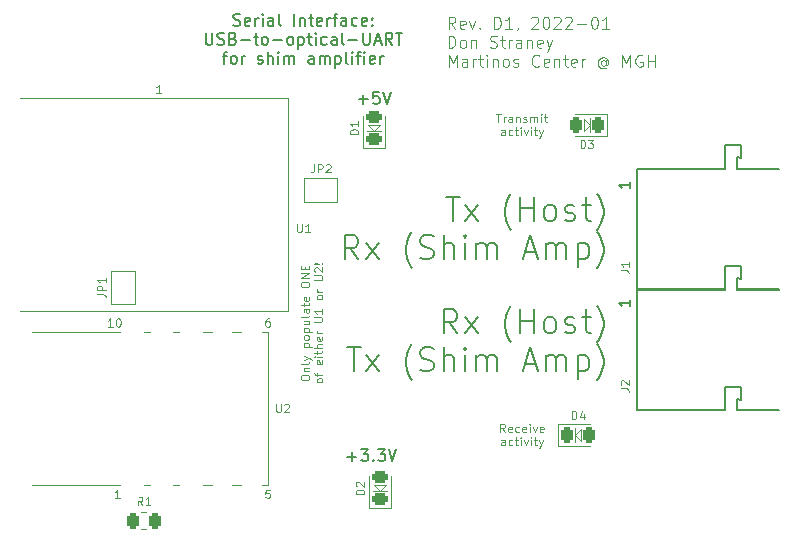
<source format=gto>
G04 #@! TF.GenerationSoftware,KiCad,Pcbnew,(6.0.0)*
G04 #@! TF.CreationDate,2022-01-21T17:49:37-05:00*
G04 #@! TF.ProjectId,serial_interface,73657269-616c-45f6-996e-746572666163,D1*
G04 #@! TF.SameCoordinates,Original*
G04 #@! TF.FileFunction,Legend,Top*
G04 #@! TF.FilePolarity,Positive*
%FSLAX45Y45*%
G04 Gerber Fmt 4.5, Leading zero omitted, Abs format (unit mm)*
G04 Created by KiCad (PCBNEW (6.0.0)) date 2022-01-21 17:49:37*
%MOMM*%
%LPD*%
G01*
G04 APERTURE LIST*
G04 Aperture macros list*
%AMRoundRect*
0 Rectangle with rounded corners*
0 $1 Rounding radius*
0 $2 $3 $4 $5 $6 $7 $8 $9 X,Y pos of 4 corners*
0 Add a 4 corners polygon primitive as box body*
4,1,4,$2,$3,$4,$5,$6,$7,$8,$9,$2,$3,0*
0 Add four circle primitives for the rounded corners*
1,1,$1+$1,$2,$3*
1,1,$1+$1,$4,$5*
1,1,$1+$1,$6,$7*
1,1,$1+$1,$8,$9*
0 Add four rect primitives between the rounded corners*
20,1,$1+$1,$2,$3,$4,$5,0*
20,1,$1+$1,$4,$5,$6,$7,0*
20,1,$1+$1,$6,$7,$8,$9,0*
20,1,$1+$1,$8,$9,$2,$3,0*%
%AMFreePoly0*
4,1,6,0.500000,-0.750000,-0.650000,-0.750000,-0.150000,0.000000,-0.650000,0.750000,0.500000,0.750000,0.500000,-0.750000,0.500000,-0.750000,$1*%
%AMFreePoly1*
4,1,6,1.000000,0.000000,0.500000,-0.750000,-0.500000,-0.750000,-0.500000,0.750000,0.500000,0.750000,1.000000,0.000000,1.000000,0.000000,$1*%
G04 Aperture macros list end*
%ADD10C,0.120000*%
%ADD11C,0.150000*%
%ADD12C,0.130000*%
%ADD13R,1.300000X2.000000*%
%ADD14C,1.900000*%
%ADD15RoundRect,0.250000X-0.262500X-0.450000X0.262500X-0.450000X0.262500X0.450000X-0.262500X0.450000X0*%
%ADD16FreePoly0,0.000000*%
%ADD17FreePoly1,0.000000*%
%ADD18FreePoly0,90.000000*%
%ADD19FreePoly1,90.000000*%
%ADD20O,2.600000X1.500000*%
%ADD21C,3.200000*%
%ADD22RoundRect,0.243750X-0.243750X-0.456250X0.243750X-0.456250X0.243750X0.456250X-0.243750X0.456250X0*%
%ADD23RoundRect,0.243750X0.243750X0.456250X-0.243750X0.456250X-0.243750X-0.456250X0.243750X-0.456250X0*%
%ADD24RoundRect,0.243750X0.456250X-0.243750X0.456250X0.243750X-0.456250X0.243750X-0.456250X-0.243750X0*%
G04 APERTURE END LIST*
D10*
X12805317Y-11643333D02*
X12805317Y-11630000D01*
X12808650Y-11623333D01*
X12815317Y-11616667D01*
X12828650Y-11613333D01*
X12851983Y-11613333D01*
X12865317Y-11616667D01*
X12871983Y-11623333D01*
X12875317Y-11630000D01*
X12875317Y-11643333D01*
X12871983Y-11650000D01*
X12865317Y-11656667D01*
X12851983Y-11660000D01*
X12828650Y-11660000D01*
X12815317Y-11656667D01*
X12808650Y-11650000D01*
X12805317Y-11643333D01*
X12828650Y-11583333D02*
X12875317Y-11583333D01*
X12835317Y-11583333D02*
X12831983Y-11580000D01*
X12828650Y-11573333D01*
X12828650Y-11563333D01*
X12831983Y-11556667D01*
X12838650Y-11553333D01*
X12875317Y-11553333D01*
X12875317Y-11510000D02*
X12871983Y-11516667D01*
X12865317Y-11520000D01*
X12805317Y-11520000D01*
X12828650Y-11490000D02*
X12875317Y-11473333D01*
X12828650Y-11456667D02*
X12875317Y-11473333D01*
X12891983Y-11480000D01*
X12895317Y-11483333D01*
X12898650Y-11490000D01*
X12828650Y-11376667D02*
X12898650Y-11376667D01*
X12831983Y-11376667D02*
X12828650Y-11370000D01*
X12828650Y-11356667D01*
X12831983Y-11350000D01*
X12835317Y-11346667D01*
X12841983Y-11343333D01*
X12861983Y-11343333D01*
X12868650Y-11346667D01*
X12871983Y-11350000D01*
X12875317Y-11356667D01*
X12875317Y-11370000D01*
X12871983Y-11376667D01*
X12875317Y-11303333D02*
X12871983Y-11310000D01*
X12868650Y-11313333D01*
X12861983Y-11316667D01*
X12841983Y-11316667D01*
X12835317Y-11313333D01*
X12831983Y-11310000D01*
X12828650Y-11303333D01*
X12828650Y-11293333D01*
X12831983Y-11286667D01*
X12835317Y-11283333D01*
X12841983Y-11280000D01*
X12861983Y-11280000D01*
X12868650Y-11283333D01*
X12871983Y-11286667D01*
X12875317Y-11293333D01*
X12875317Y-11303333D01*
X12828650Y-11250000D02*
X12898650Y-11250000D01*
X12831983Y-11250000D02*
X12828650Y-11243333D01*
X12828650Y-11230000D01*
X12831983Y-11223333D01*
X12835317Y-11220000D01*
X12841983Y-11216667D01*
X12861983Y-11216667D01*
X12868650Y-11220000D01*
X12871983Y-11223333D01*
X12875317Y-11230000D01*
X12875317Y-11243333D01*
X12871983Y-11250000D01*
X12828650Y-11156667D02*
X12875317Y-11156667D01*
X12828650Y-11186667D02*
X12865317Y-11186667D01*
X12871983Y-11183333D01*
X12875317Y-11176667D01*
X12875317Y-11166667D01*
X12871983Y-11160000D01*
X12868650Y-11156667D01*
X12875317Y-11113333D02*
X12871983Y-11120000D01*
X12865317Y-11123333D01*
X12805317Y-11123333D01*
X12875317Y-11056667D02*
X12838650Y-11056667D01*
X12831983Y-11060000D01*
X12828650Y-11066667D01*
X12828650Y-11080000D01*
X12831983Y-11086667D01*
X12871983Y-11056667D02*
X12875317Y-11063333D01*
X12875317Y-11080000D01*
X12871983Y-11086667D01*
X12865317Y-11090000D01*
X12858650Y-11090000D01*
X12851983Y-11086667D01*
X12848650Y-11080000D01*
X12848650Y-11063333D01*
X12845317Y-11056667D01*
X12828650Y-11033333D02*
X12828650Y-11006667D01*
X12805317Y-11023333D02*
X12865317Y-11023333D01*
X12871983Y-11020000D01*
X12875317Y-11013333D01*
X12875317Y-11006667D01*
X12871983Y-10956667D02*
X12875317Y-10963333D01*
X12875317Y-10976667D01*
X12871983Y-10983333D01*
X12865317Y-10986667D01*
X12838650Y-10986667D01*
X12831983Y-10983333D01*
X12828650Y-10976667D01*
X12828650Y-10963333D01*
X12831983Y-10956667D01*
X12838650Y-10953333D01*
X12845317Y-10953333D01*
X12851983Y-10986667D01*
X12805317Y-10856667D02*
X12805317Y-10843333D01*
X12808650Y-10836667D01*
X12815317Y-10830000D01*
X12828650Y-10826667D01*
X12851983Y-10826667D01*
X12865317Y-10830000D01*
X12871983Y-10836667D01*
X12875317Y-10843333D01*
X12875317Y-10856667D01*
X12871983Y-10863333D01*
X12865317Y-10870000D01*
X12851983Y-10873333D01*
X12828650Y-10873333D01*
X12815317Y-10870000D01*
X12808650Y-10863333D01*
X12805317Y-10856667D01*
X12875317Y-10796667D02*
X12805317Y-10796667D01*
X12875317Y-10756667D01*
X12805317Y-10756667D01*
X12838650Y-10723333D02*
X12838650Y-10700000D01*
X12875317Y-10690000D02*
X12875317Y-10723333D01*
X12805317Y-10723333D01*
X12805317Y-10690000D01*
X12988017Y-11666667D02*
X12984683Y-11673333D01*
X12981350Y-11676667D01*
X12974683Y-11680000D01*
X12954683Y-11680000D01*
X12948017Y-11676667D01*
X12944683Y-11673333D01*
X12941350Y-11666667D01*
X12941350Y-11656667D01*
X12944683Y-11650000D01*
X12948017Y-11646667D01*
X12954683Y-11643333D01*
X12974683Y-11643333D01*
X12981350Y-11646667D01*
X12984683Y-11650000D01*
X12988017Y-11656667D01*
X12988017Y-11666667D01*
X12941350Y-11623333D02*
X12941350Y-11596667D01*
X12988017Y-11613333D02*
X12928017Y-11613333D01*
X12921350Y-11610000D01*
X12918017Y-11603333D01*
X12918017Y-11596667D01*
X12984683Y-11493333D02*
X12988017Y-11500000D01*
X12988017Y-11513333D01*
X12984683Y-11520000D01*
X12978017Y-11523333D01*
X12951350Y-11523333D01*
X12944683Y-11520000D01*
X12941350Y-11513333D01*
X12941350Y-11500000D01*
X12944683Y-11493333D01*
X12951350Y-11490000D01*
X12958017Y-11490000D01*
X12964683Y-11523333D01*
X12988017Y-11460000D02*
X12941350Y-11460000D01*
X12918017Y-11460000D02*
X12921350Y-11463333D01*
X12924683Y-11460000D01*
X12921350Y-11456667D01*
X12918017Y-11460000D01*
X12924683Y-11460000D01*
X12941350Y-11436667D02*
X12941350Y-11410000D01*
X12918017Y-11426667D02*
X12978017Y-11426667D01*
X12984683Y-11423333D01*
X12988017Y-11416667D01*
X12988017Y-11410000D01*
X12988017Y-11386667D02*
X12918017Y-11386667D01*
X12988017Y-11356667D02*
X12951350Y-11356667D01*
X12944683Y-11360000D01*
X12941350Y-11366667D01*
X12941350Y-11376667D01*
X12944683Y-11383333D01*
X12948017Y-11386667D01*
X12984683Y-11296667D02*
X12988017Y-11303333D01*
X12988017Y-11316667D01*
X12984683Y-11323333D01*
X12978017Y-11326667D01*
X12951350Y-11326667D01*
X12944683Y-11323333D01*
X12941350Y-11316667D01*
X12941350Y-11303333D01*
X12944683Y-11296667D01*
X12951350Y-11293333D01*
X12958017Y-11293333D01*
X12964683Y-11326667D01*
X12988017Y-11263333D02*
X12941350Y-11263333D01*
X12954683Y-11263333D02*
X12948017Y-11260000D01*
X12944683Y-11256667D01*
X12941350Y-11250000D01*
X12941350Y-11243333D01*
X12918017Y-11166667D02*
X12974683Y-11166667D01*
X12981350Y-11163333D01*
X12984683Y-11160000D01*
X12988017Y-11153333D01*
X12988017Y-11140000D01*
X12984683Y-11133333D01*
X12981350Y-11130000D01*
X12974683Y-11126667D01*
X12918017Y-11126667D01*
X12988017Y-11056667D02*
X12988017Y-11096667D01*
X12988017Y-11076667D02*
X12918017Y-11076667D01*
X12928017Y-11083333D01*
X12934683Y-11090000D01*
X12938017Y-11096667D01*
X12988017Y-10963333D02*
X12984683Y-10970000D01*
X12981350Y-10973333D01*
X12974683Y-10976667D01*
X12954683Y-10976667D01*
X12948017Y-10973333D01*
X12944683Y-10970000D01*
X12941350Y-10963333D01*
X12941350Y-10953333D01*
X12944683Y-10946667D01*
X12948017Y-10943333D01*
X12954683Y-10940000D01*
X12974683Y-10940000D01*
X12981350Y-10943333D01*
X12984683Y-10946667D01*
X12988017Y-10953333D01*
X12988017Y-10963333D01*
X12988017Y-10910000D02*
X12941350Y-10910000D01*
X12954683Y-10910000D02*
X12948017Y-10906667D01*
X12944683Y-10903333D01*
X12941350Y-10896667D01*
X12941350Y-10890000D01*
X12918017Y-10813333D02*
X12974683Y-10813333D01*
X12981350Y-10810000D01*
X12984683Y-10806667D01*
X12988017Y-10800000D01*
X12988017Y-10786667D01*
X12984683Y-10780000D01*
X12981350Y-10776667D01*
X12974683Y-10773333D01*
X12918017Y-10773333D01*
X12924683Y-10743333D02*
X12921350Y-10740000D01*
X12918017Y-10733333D01*
X12918017Y-10716667D01*
X12921350Y-10710000D01*
X12924683Y-10706667D01*
X12931350Y-10703333D01*
X12938017Y-10703333D01*
X12948017Y-10706667D01*
X12988017Y-10746667D01*
X12988017Y-10703333D01*
X12981350Y-10673333D02*
X12984683Y-10670000D01*
X12988017Y-10673333D01*
X12984683Y-10676667D01*
X12981350Y-10673333D01*
X12988017Y-10673333D01*
X12961350Y-10673333D02*
X12921350Y-10676667D01*
X12918017Y-10673333D01*
X12921350Y-10670000D01*
X12961350Y-10673333D01*
X12918017Y-10673333D01*
X14533333Y-12100317D02*
X14510000Y-12066983D01*
X14493333Y-12100317D02*
X14493333Y-12030317D01*
X14520000Y-12030317D01*
X14526667Y-12033650D01*
X14530000Y-12036983D01*
X14533333Y-12043650D01*
X14533333Y-12053650D01*
X14530000Y-12060317D01*
X14526667Y-12063650D01*
X14520000Y-12066983D01*
X14493333Y-12066983D01*
X14590000Y-12096983D02*
X14583333Y-12100317D01*
X14570000Y-12100317D01*
X14563333Y-12096983D01*
X14560000Y-12090317D01*
X14560000Y-12063650D01*
X14563333Y-12056983D01*
X14570000Y-12053650D01*
X14583333Y-12053650D01*
X14590000Y-12056983D01*
X14593333Y-12063650D01*
X14593333Y-12070317D01*
X14560000Y-12076983D01*
X14653333Y-12096983D02*
X14646667Y-12100317D01*
X14633333Y-12100317D01*
X14626667Y-12096983D01*
X14623333Y-12093650D01*
X14620000Y-12086983D01*
X14620000Y-12066983D01*
X14623333Y-12060317D01*
X14626667Y-12056983D01*
X14633333Y-12053650D01*
X14646667Y-12053650D01*
X14653333Y-12056983D01*
X14710000Y-12096983D02*
X14703333Y-12100317D01*
X14690000Y-12100317D01*
X14683333Y-12096983D01*
X14680000Y-12090317D01*
X14680000Y-12063650D01*
X14683333Y-12056983D01*
X14690000Y-12053650D01*
X14703333Y-12053650D01*
X14710000Y-12056983D01*
X14713333Y-12063650D01*
X14713333Y-12070317D01*
X14680000Y-12076983D01*
X14743333Y-12100317D02*
X14743333Y-12053650D01*
X14743333Y-12030317D02*
X14740000Y-12033650D01*
X14743333Y-12036983D01*
X14746667Y-12033650D01*
X14743333Y-12030317D01*
X14743333Y-12036983D01*
X14770000Y-12053650D02*
X14786667Y-12100317D01*
X14803333Y-12053650D01*
X14856667Y-12096983D02*
X14850000Y-12100317D01*
X14836667Y-12100317D01*
X14830000Y-12096983D01*
X14826667Y-12090317D01*
X14826667Y-12063650D01*
X14830000Y-12056983D01*
X14836667Y-12053650D01*
X14850000Y-12053650D01*
X14856667Y-12056983D01*
X14860000Y-12063650D01*
X14860000Y-12070317D01*
X14826667Y-12076983D01*
X14533333Y-12213017D02*
X14533333Y-12176350D01*
X14530000Y-12169683D01*
X14523333Y-12166350D01*
X14510000Y-12166350D01*
X14503333Y-12169683D01*
X14533333Y-12209683D02*
X14526667Y-12213017D01*
X14510000Y-12213017D01*
X14503333Y-12209683D01*
X14500000Y-12203017D01*
X14500000Y-12196350D01*
X14503333Y-12189683D01*
X14510000Y-12186350D01*
X14526667Y-12186350D01*
X14533333Y-12183017D01*
X14596667Y-12209683D02*
X14590000Y-12213017D01*
X14576667Y-12213017D01*
X14570000Y-12209683D01*
X14566667Y-12206350D01*
X14563333Y-12199683D01*
X14563333Y-12179683D01*
X14566667Y-12173017D01*
X14570000Y-12169683D01*
X14576667Y-12166350D01*
X14590000Y-12166350D01*
X14596667Y-12169683D01*
X14616667Y-12166350D02*
X14643333Y-12166350D01*
X14626667Y-12143017D02*
X14626667Y-12203017D01*
X14630000Y-12209683D01*
X14636667Y-12213017D01*
X14643333Y-12213017D01*
X14666667Y-12213017D02*
X14666667Y-12166350D01*
X14666667Y-12143017D02*
X14663333Y-12146350D01*
X14666667Y-12149683D01*
X14670000Y-12146350D01*
X14666667Y-12143017D01*
X14666667Y-12149683D01*
X14693333Y-12166350D02*
X14710000Y-12213017D01*
X14726667Y-12166350D01*
X14753333Y-12213017D02*
X14753333Y-12166350D01*
X14753333Y-12143017D02*
X14750000Y-12146350D01*
X14753333Y-12149683D01*
X14756667Y-12146350D01*
X14753333Y-12143017D01*
X14753333Y-12149683D01*
X14776667Y-12166350D02*
X14803333Y-12166350D01*
X14786667Y-12143017D02*
X14786667Y-12203017D01*
X14790000Y-12209683D01*
X14796667Y-12213017D01*
X14803333Y-12213017D01*
X14820000Y-12166350D02*
X14836667Y-12213017D01*
X14853333Y-12166350D02*
X14836667Y-12213017D01*
X14830000Y-12229683D01*
X14826667Y-12233017D01*
X14820000Y-12236350D01*
X14458333Y-9405317D02*
X14498333Y-9405317D01*
X14478333Y-9475317D02*
X14478333Y-9405317D01*
X14521667Y-9475317D02*
X14521667Y-9428650D01*
X14521667Y-9441983D02*
X14525000Y-9435317D01*
X14528333Y-9431983D01*
X14535000Y-9428650D01*
X14541667Y-9428650D01*
X14595000Y-9475317D02*
X14595000Y-9438650D01*
X14591667Y-9431983D01*
X14585000Y-9428650D01*
X14571667Y-9428650D01*
X14565000Y-9431983D01*
X14595000Y-9471983D02*
X14588333Y-9475317D01*
X14571667Y-9475317D01*
X14565000Y-9471983D01*
X14561667Y-9465317D01*
X14561667Y-9458650D01*
X14565000Y-9451983D01*
X14571667Y-9448650D01*
X14588333Y-9448650D01*
X14595000Y-9445317D01*
X14628333Y-9428650D02*
X14628333Y-9475317D01*
X14628333Y-9435317D02*
X14631667Y-9431983D01*
X14638333Y-9428650D01*
X14648333Y-9428650D01*
X14655000Y-9431983D01*
X14658333Y-9438650D01*
X14658333Y-9475317D01*
X14688333Y-9471983D02*
X14695000Y-9475317D01*
X14708333Y-9475317D01*
X14715000Y-9471983D01*
X14718333Y-9465317D01*
X14718333Y-9461983D01*
X14715000Y-9455317D01*
X14708333Y-9451983D01*
X14698333Y-9451983D01*
X14691667Y-9448650D01*
X14688333Y-9441983D01*
X14688333Y-9438650D01*
X14691667Y-9431983D01*
X14698333Y-9428650D01*
X14708333Y-9428650D01*
X14715000Y-9431983D01*
X14748333Y-9475317D02*
X14748333Y-9428650D01*
X14748333Y-9435317D02*
X14751667Y-9431983D01*
X14758333Y-9428650D01*
X14768333Y-9428650D01*
X14775000Y-9431983D01*
X14778333Y-9438650D01*
X14778333Y-9475317D01*
X14778333Y-9438650D02*
X14781667Y-9431983D01*
X14788333Y-9428650D01*
X14798333Y-9428650D01*
X14805000Y-9431983D01*
X14808333Y-9438650D01*
X14808333Y-9475317D01*
X14841667Y-9475317D02*
X14841667Y-9428650D01*
X14841667Y-9405317D02*
X14838333Y-9408650D01*
X14841667Y-9411983D01*
X14845000Y-9408650D01*
X14841667Y-9405317D01*
X14841667Y-9411983D01*
X14865000Y-9428650D02*
X14891667Y-9428650D01*
X14875000Y-9405317D02*
X14875000Y-9465317D01*
X14878333Y-9471983D01*
X14885000Y-9475317D01*
X14891667Y-9475317D01*
X14533333Y-9588017D02*
X14533333Y-9551350D01*
X14530000Y-9544683D01*
X14523333Y-9541350D01*
X14510000Y-9541350D01*
X14503333Y-9544683D01*
X14533333Y-9584683D02*
X14526667Y-9588017D01*
X14510000Y-9588017D01*
X14503333Y-9584683D01*
X14500000Y-9578017D01*
X14500000Y-9571350D01*
X14503333Y-9564683D01*
X14510000Y-9561350D01*
X14526667Y-9561350D01*
X14533333Y-9558017D01*
X14596667Y-9584683D02*
X14590000Y-9588017D01*
X14576667Y-9588017D01*
X14570000Y-9584683D01*
X14566667Y-9581350D01*
X14563333Y-9574683D01*
X14563333Y-9554683D01*
X14566667Y-9548017D01*
X14570000Y-9544683D01*
X14576667Y-9541350D01*
X14590000Y-9541350D01*
X14596667Y-9544683D01*
X14616667Y-9541350D02*
X14643333Y-9541350D01*
X14626667Y-9518017D02*
X14626667Y-9578017D01*
X14630000Y-9584683D01*
X14636667Y-9588017D01*
X14643333Y-9588017D01*
X14666667Y-9588017D02*
X14666667Y-9541350D01*
X14666667Y-9518017D02*
X14663333Y-9521350D01*
X14666667Y-9524683D01*
X14670000Y-9521350D01*
X14666667Y-9518017D01*
X14666667Y-9524683D01*
X14693333Y-9541350D02*
X14710000Y-9588017D01*
X14726667Y-9541350D01*
X14753333Y-9588017D02*
X14753333Y-9541350D01*
X14753333Y-9518017D02*
X14750000Y-9521350D01*
X14753333Y-9524683D01*
X14756667Y-9521350D01*
X14753333Y-9518017D01*
X14753333Y-9524683D01*
X14776667Y-9541350D02*
X14803333Y-9541350D01*
X14786667Y-9518017D02*
X14786667Y-9578017D01*
X14790000Y-9584683D01*
X14796667Y-9588017D01*
X14803333Y-9588017D01*
X14820000Y-9541350D02*
X14836667Y-9588017D01*
X14853333Y-9541350D02*
X14836667Y-9588017D01*
X14830000Y-9604683D01*
X14826667Y-9608017D01*
X14820000Y-9611350D01*
X14113752Y-8684238D02*
X14080419Y-8636619D01*
X14056609Y-8684238D02*
X14056609Y-8584238D01*
X14094705Y-8584238D01*
X14104228Y-8589000D01*
X14108990Y-8593762D01*
X14113752Y-8603286D01*
X14113752Y-8617571D01*
X14108990Y-8627095D01*
X14104228Y-8631857D01*
X14094705Y-8636619D01*
X14056609Y-8636619D01*
X14194705Y-8679476D02*
X14185181Y-8684238D01*
X14166133Y-8684238D01*
X14156609Y-8679476D01*
X14151848Y-8669952D01*
X14151848Y-8631857D01*
X14156609Y-8622333D01*
X14166133Y-8617571D01*
X14185181Y-8617571D01*
X14194705Y-8622333D01*
X14199467Y-8631857D01*
X14199467Y-8641381D01*
X14151848Y-8650905D01*
X14232800Y-8617571D02*
X14256609Y-8684238D01*
X14280419Y-8617571D01*
X14318514Y-8674714D02*
X14323276Y-8679476D01*
X14318514Y-8684238D01*
X14313752Y-8679476D01*
X14318514Y-8674714D01*
X14318514Y-8684238D01*
X14442324Y-8684238D02*
X14442324Y-8584238D01*
X14466133Y-8584238D01*
X14480419Y-8589000D01*
X14489943Y-8598524D01*
X14494705Y-8608048D01*
X14499467Y-8627095D01*
X14499467Y-8641381D01*
X14494705Y-8660429D01*
X14489943Y-8669952D01*
X14480419Y-8679476D01*
X14466133Y-8684238D01*
X14442324Y-8684238D01*
X14594705Y-8684238D02*
X14537562Y-8684238D01*
X14566133Y-8684238D02*
X14566133Y-8584238D01*
X14556609Y-8598524D01*
X14547086Y-8608048D01*
X14537562Y-8612810D01*
X14642324Y-8679476D02*
X14642324Y-8684238D01*
X14637562Y-8693762D01*
X14632800Y-8698524D01*
X14756609Y-8593762D02*
X14761371Y-8589000D01*
X14770895Y-8584238D01*
X14794705Y-8584238D01*
X14804228Y-8589000D01*
X14808990Y-8593762D01*
X14813752Y-8603286D01*
X14813752Y-8612810D01*
X14808990Y-8627095D01*
X14751848Y-8684238D01*
X14813752Y-8684238D01*
X14875657Y-8584238D02*
X14885181Y-8584238D01*
X14894705Y-8589000D01*
X14899467Y-8593762D01*
X14904228Y-8603286D01*
X14908990Y-8622333D01*
X14908990Y-8646143D01*
X14904228Y-8665190D01*
X14899467Y-8674714D01*
X14894705Y-8679476D01*
X14885181Y-8684238D01*
X14875657Y-8684238D01*
X14866133Y-8679476D01*
X14861371Y-8674714D01*
X14856609Y-8665190D01*
X14851848Y-8646143D01*
X14851848Y-8622333D01*
X14856609Y-8603286D01*
X14861371Y-8593762D01*
X14866133Y-8589000D01*
X14875657Y-8584238D01*
X14947086Y-8593762D02*
X14951848Y-8589000D01*
X14961371Y-8584238D01*
X14985181Y-8584238D01*
X14994705Y-8589000D01*
X14999467Y-8593762D01*
X15004228Y-8603286D01*
X15004228Y-8612810D01*
X14999467Y-8627095D01*
X14942324Y-8684238D01*
X15004228Y-8684238D01*
X15042324Y-8593762D02*
X15047086Y-8589000D01*
X15056609Y-8584238D01*
X15080419Y-8584238D01*
X15089943Y-8589000D01*
X15094705Y-8593762D01*
X15099467Y-8603286D01*
X15099467Y-8612810D01*
X15094705Y-8627095D01*
X15037562Y-8684238D01*
X15099467Y-8684238D01*
X15142324Y-8646143D02*
X15218514Y-8646143D01*
X15285181Y-8584238D02*
X15294705Y-8584238D01*
X15304228Y-8589000D01*
X15308990Y-8593762D01*
X15313752Y-8603286D01*
X15318514Y-8622333D01*
X15318514Y-8646143D01*
X15313752Y-8665190D01*
X15308990Y-8674714D01*
X15304228Y-8679476D01*
X15294705Y-8684238D01*
X15285181Y-8684238D01*
X15275657Y-8679476D01*
X15270895Y-8674714D01*
X15266133Y-8665190D01*
X15261371Y-8646143D01*
X15261371Y-8622333D01*
X15266133Y-8603286D01*
X15270895Y-8593762D01*
X15275657Y-8589000D01*
X15285181Y-8584238D01*
X15413752Y-8684238D02*
X15356609Y-8684238D01*
X15385181Y-8684238D02*
X15385181Y-8584238D01*
X15375657Y-8598524D01*
X15366133Y-8608048D01*
X15356609Y-8612810D01*
X14056609Y-8845238D02*
X14056609Y-8745238D01*
X14080419Y-8745238D01*
X14094705Y-8750000D01*
X14104228Y-8759524D01*
X14108990Y-8769048D01*
X14113752Y-8788095D01*
X14113752Y-8802381D01*
X14108990Y-8821429D01*
X14104228Y-8830952D01*
X14094705Y-8840476D01*
X14080419Y-8845238D01*
X14056609Y-8845238D01*
X14170895Y-8845238D02*
X14161371Y-8840476D01*
X14156609Y-8835714D01*
X14151848Y-8826190D01*
X14151848Y-8797619D01*
X14156609Y-8788095D01*
X14161371Y-8783333D01*
X14170895Y-8778571D01*
X14185181Y-8778571D01*
X14194705Y-8783333D01*
X14199467Y-8788095D01*
X14204228Y-8797619D01*
X14204228Y-8826190D01*
X14199467Y-8835714D01*
X14194705Y-8840476D01*
X14185181Y-8845238D01*
X14170895Y-8845238D01*
X14247086Y-8778571D02*
X14247086Y-8845238D01*
X14247086Y-8788095D02*
X14251848Y-8783333D01*
X14261371Y-8778571D01*
X14275657Y-8778571D01*
X14285181Y-8783333D01*
X14289943Y-8792857D01*
X14289943Y-8845238D01*
X14408990Y-8840476D02*
X14423276Y-8845238D01*
X14447086Y-8845238D01*
X14456609Y-8840476D01*
X14461371Y-8835714D01*
X14466133Y-8826190D01*
X14466133Y-8816667D01*
X14461371Y-8807143D01*
X14456609Y-8802381D01*
X14447086Y-8797619D01*
X14428038Y-8792857D01*
X14418514Y-8788095D01*
X14413752Y-8783333D01*
X14408990Y-8773810D01*
X14408990Y-8764286D01*
X14413752Y-8754762D01*
X14418514Y-8750000D01*
X14428038Y-8745238D01*
X14451848Y-8745238D01*
X14466133Y-8750000D01*
X14494705Y-8778571D02*
X14532800Y-8778571D01*
X14508990Y-8745238D02*
X14508990Y-8830952D01*
X14513752Y-8840476D01*
X14523276Y-8845238D01*
X14532800Y-8845238D01*
X14566133Y-8845238D02*
X14566133Y-8778571D01*
X14566133Y-8797619D02*
X14570895Y-8788095D01*
X14575657Y-8783333D01*
X14585181Y-8778571D01*
X14594705Y-8778571D01*
X14670895Y-8845238D02*
X14670895Y-8792857D01*
X14666133Y-8783333D01*
X14656609Y-8778571D01*
X14637562Y-8778571D01*
X14628038Y-8783333D01*
X14670895Y-8840476D02*
X14661371Y-8845238D01*
X14637562Y-8845238D01*
X14628038Y-8840476D01*
X14623276Y-8830952D01*
X14623276Y-8821429D01*
X14628038Y-8811905D01*
X14637562Y-8807143D01*
X14661371Y-8807143D01*
X14670895Y-8802381D01*
X14718514Y-8778571D02*
X14718514Y-8845238D01*
X14718514Y-8788095D02*
X14723276Y-8783333D01*
X14732800Y-8778571D01*
X14747086Y-8778571D01*
X14756609Y-8783333D01*
X14761371Y-8792857D01*
X14761371Y-8845238D01*
X14847086Y-8840476D02*
X14837562Y-8845238D01*
X14818514Y-8845238D01*
X14808990Y-8840476D01*
X14804228Y-8830952D01*
X14804228Y-8792857D01*
X14808990Y-8783333D01*
X14818514Y-8778571D01*
X14837562Y-8778571D01*
X14847086Y-8783333D01*
X14851848Y-8792857D01*
X14851848Y-8802381D01*
X14804228Y-8811905D01*
X14885181Y-8778571D02*
X14908990Y-8845238D01*
X14932800Y-8778571D02*
X14908990Y-8845238D01*
X14899467Y-8869048D01*
X14894705Y-8873810D01*
X14885181Y-8878571D01*
X14056609Y-9006238D02*
X14056609Y-8906238D01*
X14089943Y-8977667D01*
X14123276Y-8906238D01*
X14123276Y-9006238D01*
X14213752Y-9006238D02*
X14213752Y-8953857D01*
X14208990Y-8944333D01*
X14199467Y-8939571D01*
X14180419Y-8939571D01*
X14170895Y-8944333D01*
X14213752Y-9001476D02*
X14204228Y-9006238D01*
X14180419Y-9006238D01*
X14170895Y-9001476D01*
X14166133Y-8991952D01*
X14166133Y-8982429D01*
X14170895Y-8972905D01*
X14180419Y-8968143D01*
X14204228Y-8968143D01*
X14213752Y-8963381D01*
X14261371Y-9006238D02*
X14261371Y-8939571D01*
X14261371Y-8958619D02*
X14266133Y-8949095D01*
X14270895Y-8944333D01*
X14280419Y-8939571D01*
X14289943Y-8939571D01*
X14308990Y-8939571D02*
X14347086Y-8939571D01*
X14323276Y-8906238D02*
X14323276Y-8991952D01*
X14328038Y-9001476D01*
X14337562Y-9006238D01*
X14347086Y-9006238D01*
X14380419Y-9006238D02*
X14380419Y-8939571D01*
X14380419Y-8906238D02*
X14375657Y-8911000D01*
X14380419Y-8915762D01*
X14385181Y-8911000D01*
X14380419Y-8906238D01*
X14380419Y-8915762D01*
X14428038Y-8939571D02*
X14428038Y-9006238D01*
X14428038Y-8949095D02*
X14432800Y-8944333D01*
X14442324Y-8939571D01*
X14456609Y-8939571D01*
X14466133Y-8944333D01*
X14470895Y-8953857D01*
X14470895Y-9006238D01*
X14532800Y-9006238D02*
X14523276Y-9001476D01*
X14518514Y-8996714D01*
X14513752Y-8987190D01*
X14513752Y-8958619D01*
X14518514Y-8949095D01*
X14523276Y-8944333D01*
X14532800Y-8939571D01*
X14547086Y-8939571D01*
X14556609Y-8944333D01*
X14561371Y-8949095D01*
X14566133Y-8958619D01*
X14566133Y-8987190D01*
X14561371Y-8996714D01*
X14556609Y-9001476D01*
X14547086Y-9006238D01*
X14532800Y-9006238D01*
X14604228Y-9001476D02*
X14613752Y-9006238D01*
X14632800Y-9006238D01*
X14642324Y-9001476D01*
X14647086Y-8991952D01*
X14647086Y-8987190D01*
X14642324Y-8977667D01*
X14632800Y-8972905D01*
X14618514Y-8972905D01*
X14608990Y-8968143D01*
X14604228Y-8958619D01*
X14604228Y-8953857D01*
X14608990Y-8944333D01*
X14618514Y-8939571D01*
X14632800Y-8939571D01*
X14642324Y-8944333D01*
X14823276Y-8996714D02*
X14818514Y-9001476D01*
X14804228Y-9006238D01*
X14794705Y-9006238D01*
X14780419Y-9001476D01*
X14770895Y-8991952D01*
X14766133Y-8982429D01*
X14761371Y-8963381D01*
X14761371Y-8949095D01*
X14766133Y-8930048D01*
X14770895Y-8920524D01*
X14780419Y-8911000D01*
X14794705Y-8906238D01*
X14804228Y-8906238D01*
X14818514Y-8911000D01*
X14823276Y-8915762D01*
X14904228Y-9001476D02*
X14894705Y-9006238D01*
X14875657Y-9006238D01*
X14866133Y-9001476D01*
X14861371Y-8991952D01*
X14861371Y-8953857D01*
X14866133Y-8944333D01*
X14875657Y-8939571D01*
X14894705Y-8939571D01*
X14904228Y-8944333D01*
X14908990Y-8953857D01*
X14908990Y-8963381D01*
X14861371Y-8972905D01*
X14951848Y-8939571D02*
X14951848Y-9006238D01*
X14951848Y-8949095D02*
X14956609Y-8944333D01*
X14966133Y-8939571D01*
X14980419Y-8939571D01*
X14989943Y-8944333D01*
X14994705Y-8953857D01*
X14994705Y-9006238D01*
X15028038Y-8939571D02*
X15066133Y-8939571D01*
X15042324Y-8906238D02*
X15042324Y-8991952D01*
X15047086Y-9001476D01*
X15056609Y-9006238D01*
X15066133Y-9006238D01*
X15137562Y-9001476D02*
X15128038Y-9006238D01*
X15108990Y-9006238D01*
X15099467Y-9001476D01*
X15094705Y-8991952D01*
X15094705Y-8953857D01*
X15099467Y-8944333D01*
X15108990Y-8939571D01*
X15128038Y-8939571D01*
X15137562Y-8944333D01*
X15142324Y-8953857D01*
X15142324Y-8963381D01*
X15094705Y-8972905D01*
X15185181Y-9006238D02*
X15185181Y-8939571D01*
X15185181Y-8958619D02*
X15189943Y-8949095D01*
X15194705Y-8944333D01*
X15204228Y-8939571D01*
X15213752Y-8939571D01*
X15385181Y-8958619D02*
X15380419Y-8953857D01*
X15370895Y-8949095D01*
X15361371Y-8949095D01*
X15351848Y-8953857D01*
X15347086Y-8958619D01*
X15342324Y-8968143D01*
X15342324Y-8977667D01*
X15347086Y-8987190D01*
X15351848Y-8991952D01*
X15361371Y-8996714D01*
X15370895Y-8996714D01*
X15380419Y-8991952D01*
X15385181Y-8987190D01*
X15385181Y-8949095D02*
X15385181Y-8987190D01*
X15389943Y-8991952D01*
X15394705Y-8991952D01*
X15404228Y-8987190D01*
X15408990Y-8977667D01*
X15408990Y-8953857D01*
X15399467Y-8939571D01*
X15385181Y-8930048D01*
X15366133Y-8925286D01*
X15347086Y-8930048D01*
X15332800Y-8939571D01*
X15323276Y-8953857D01*
X15318514Y-8972905D01*
X15323276Y-8991952D01*
X15332800Y-9006238D01*
X15347086Y-9015762D01*
X15366133Y-9020524D01*
X15385181Y-9015762D01*
X15399467Y-9006238D01*
X15528038Y-9006238D02*
X15528038Y-8906238D01*
X15561371Y-8977667D01*
X15594705Y-8906238D01*
X15594705Y-9006238D01*
X15694705Y-8911000D02*
X15685181Y-8906238D01*
X15670895Y-8906238D01*
X15656609Y-8911000D01*
X15647086Y-8920524D01*
X15642324Y-8930048D01*
X15637562Y-8949095D01*
X15637562Y-8963381D01*
X15642324Y-8982429D01*
X15647086Y-8991952D01*
X15656609Y-9001476D01*
X15670895Y-9006238D01*
X15680419Y-9006238D01*
X15694705Y-9001476D01*
X15699467Y-8996714D01*
X15699467Y-8963381D01*
X15680419Y-8963381D01*
X15742324Y-9006238D02*
X15742324Y-8906238D01*
X15742324Y-8953857D02*
X15799467Y-8953857D01*
X15799467Y-9006238D02*
X15799467Y-8906238D01*
D11*
X12234524Y-8654476D02*
X12248809Y-8659238D01*
X12272619Y-8659238D01*
X12282143Y-8654476D01*
X12286905Y-8649714D01*
X12291667Y-8640190D01*
X12291667Y-8630667D01*
X12286905Y-8621143D01*
X12282143Y-8616381D01*
X12272619Y-8611619D01*
X12253571Y-8606857D01*
X12244048Y-8602095D01*
X12239286Y-8597333D01*
X12234524Y-8587810D01*
X12234524Y-8578286D01*
X12239286Y-8568762D01*
X12244048Y-8564000D01*
X12253571Y-8559238D01*
X12277381Y-8559238D01*
X12291667Y-8564000D01*
X12372619Y-8654476D02*
X12363095Y-8659238D01*
X12344048Y-8659238D01*
X12334524Y-8654476D01*
X12329762Y-8644952D01*
X12329762Y-8606857D01*
X12334524Y-8597333D01*
X12344048Y-8592571D01*
X12363095Y-8592571D01*
X12372619Y-8597333D01*
X12377381Y-8606857D01*
X12377381Y-8616381D01*
X12329762Y-8625905D01*
X12420238Y-8659238D02*
X12420238Y-8592571D01*
X12420238Y-8611619D02*
X12425000Y-8602095D01*
X12429762Y-8597333D01*
X12439286Y-8592571D01*
X12448809Y-8592571D01*
X12482143Y-8659238D02*
X12482143Y-8592571D01*
X12482143Y-8559238D02*
X12477381Y-8564000D01*
X12482143Y-8568762D01*
X12486905Y-8564000D01*
X12482143Y-8559238D01*
X12482143Y-8568762D01*
X12572619Y-8659238D02*
X12572619Y-8606857D01*
X12567857Y-8597333D01*
X12558333Y-8592571D01*
X12539286Y-8592571D01*
X12529762Y-8597333D01*
X12572619Y-8654476D02*
X12563095Y-8659238D01*
X12539286Y-8659238D01*
X12529762Y-8654476D01*
X12525000Y-8644952D01*
X12525000Y-8635429D01*
X12529762Y-8625905D01*
X12539286Y-8621143D01*
X12563095Y-8621143D01*
X12572619Y-8616381D01*
X12634524Y-8659238D02*
X12625000Y-8654476D01*
X12620238Y-8644952D01*
X12620238Y-8559238D01*
X12748809Y-8659238D02*
X12748809Y-8559238D01*
X12796428Y-8592571D02*
X12796428Y-8659238D01*
X12796428Y-8602095D02*
X12801190Y-8597333D01*
X12810714Y-8592571D01*
X12825000Y-8592571D01*
X12834524Y-8597333D01*
X12839286Y-8606857D01*
X12839286Y-8659238D01*
X12872619Y-8592571D02*
X12910714Y-8592571D01*
X12886905Y-8559238D02*
X12886905Y-8644952D01*
X12891667Y-8654476D01*
X12901190Y-8659238D01*
X12910714Y-8659238D01*
X12982143Y-8654476D02*
X12972619Y-8659238D01*
X12953571Y-8659238D01*
X12944048Y-8654476D01*
X12939286Y-8644952D01*
X12939286Y-8606857D01*
X12944048Y-8597333D01*
X12953571Y-8592571D01*
X12972619Y-8592571D01*
X12982143Y-8597333D01*
X12986905Y-8606857D01*
X12986905Y-8616381D01*
X12939286Y-8625905D01*
X13029762Y-8659238D02*
X13029762Y-8592571D01*
X13029762Y-8611619D02*
X13034524Y-8602095D01*
X13039286Y-8597333D01*
X13048809Y-8592571D01*
X13058333Y-8592571D01*
X13077381Y-8592571D02*
X13115476Y-8592571D01*
X13091667Y-8659238D02*
X13091667Y-8573524D01*
X13096428Y-8564000D01*
X13105952Y-8559238D01*
X13115476Y-8559238D01*
X13191667Y-8659238D02*
X13191667Y-8606857D01*
X13186905Y-8597333D01*
X13177381Y-8592571D01*
X13158333Y-8592571D01*
X13148809Y-8597333D01*
X13191667Y-8654476D02*
X13182143Y-8659238D01*
X13158333Y-8659238D01*
X13148809Y-8654476D01*
X13144048Y-8644952D01*
X13144048Y-8635429D01*
X13148809Y-8625905D01*
X13158333Y-8621143D01*
X13182143Y-8621143D01*
X13191667Y-8616381D01*
X13282143Y-8654476D02*
X13272619Y-8659238D01*
X13253571Y-8659238D01*
X13244048Y-8654476D01*
X13239286Y-8649714D01*
X13234524Y-8640190D01*
X13234524Y-8611619D01*
X13239286Y-8602095D01*
X13244048Y-8597333D01*
X13253571Y-8592571D01*
X13272619Y-8592571D01*
X13282143Y-8597333D01*
X13363095Y-8654476D02*
X13353571Y-8659238D01*
X13334524Y-8659238D01*
X13325000Y-8654476D01*
X13320238Y-8644952D01*
X13320238Y-8606857D01*
X13325000Y-8597333D01*
X13334524Y-8592571D01*
X13353571Y-8592571D01*
X13363095Y-8597333D01*
X13367857Y-8606857D01*
X13367857Y-8616381D01*
X13320238Y-8625905D01*
X13410714Y-8649714D02*
X13415476Y-8654476D01*
X13410714Y-8659238D01*
X13405952Y-8654476D01*
X13410714Y-8649714D01*
X13410714Y-8659238D01*
X13410714Y-8597333D02*
X13415476Y-8602095D01*
X13410714Y-8606857D01*
X13405952Y-8602095D01*
X13410714Y-8597333D01*
X13410714Y-8606857D01*
X11998809Y-8720238D02*
X11998809Y-8801190D01*
X12003571Y-8810714D01*
X12008333Y-8815476D01*
X12017857Y-8820238D01*
X12036905Y-8820238D01*
X12046428Y-8815476D01*
X12051190Y-8810714D01*
X12055952Y-8801190D01*
X12055952Y-8720238D01*
X12098809Y-8815476D02*
X12113095Y-8820238D01*
X12136905Y-8820238D01*
X12146428Y-8815476D01*
X12151190Y-8810714D01*
X12155952Y-8801190D01*
X12155952Y-8791667D01*
X12151190Y-8782143D01*
X12146428Y-8777381D01*
X12136905Y-8772619D01*
X12117857Y-8767857D01*
X12108333Y-8763095D01*
X12103571Y-8758333D01*
X12098809Y-8748810D01*
X12098809Y-8739286D01*
X12103571Y-8729762D01*
X12108333Y-8725000D01*
X12117857Y-8720238D01*
X12141667Y-8720238D01*
X12155952Y-8725000D01*
X12232143Y-8767857D02*
X12246428Y-8772619D01*
X12251190Y-8777381D01*
X12255952Y-8786905D01*
X12255952Y-8801190D01*
X12251190Y-8810714D01*
X12246428Y-8815476D01*
X12236905Y-8820238D01*
X12198809Y-8820238D01*
X12198809Y-8720238D01*
X12232143Y-8720238D01*
X12241667Y-8725000D01*
X12246428Y-8729762D01*
X12251190Y-8739286D01*
X12251190Y-8748810D01*
X12246428Y-8758333D01*
X12241667Y-8763095D01*
X12232143Y-8767857D01*
X12198809Y-8767857D01*
X12298809Y-8782143D02*
X12375000Y-8782143D01*
X12408333Y-8753571D02*
X12446428Y-8753571D01*
X12422619Y-8720238D02*
X12422619Y-8805952D01*
X12427381Y-8815476D01*
X12436905Y-8820238D01*
X12446428Y-8820238D01*
X12494048Y-8820238D02*
X12484524Y-8815476D01*
X12479762Y-8810714D01*
X12475000Y-8801190D01*
X12475000Y-8772619D01*
X12479762Y-8763095D01*
X12484524Y-8758333D01*
X12494048Y-8753571D01*
X12508333Y-8753571D01*
X12517857Y-8758333D01*
X12522619Y-8763095D01*
X12527381Y-8772619D01*
X12527381Y-8801190D01*
X12522619Y-8810714D01*
X12517857Y-8815476D01*
X12508333Y-8820238D01*
X12494048Y-8820238D01*
X12570238Y-8782143D02*
X12646428Y-8782143D01*
X12708333Y-8820238D02*
X12698809Y-8815476D01*
X12694048Y-8810714D01*
X12689286Y-8801190D01*
X12689286Y-8772619D01*
X12694048Y-8763095D01*
X12698809Y-8758333D01*
X12708333Y-8753571D01*
X12722619Y-8753571D01*
X12732143Y-8758333D01*
X12736905Y-8763095D01*
X12741667Y-8772619D01*
X12741667Y-8801190D01*
X12736905Y-8810714D01*
X12732143Y-8815476D01*
X12722619Y-8820238D01*
X12708333Y-8820238D01*
X12784524Y-8753571D02*
X12784524Y-8853571D01*
X12784524Y-8758333D02*
X12794048Y-8753571D01*
X12813095Y-8753571D01*
X12822619Y-8758333D01*
X12827381Y-8763095D01*
X12832143Y-8772619D01*
X12832143Y-8801190D01*
X12827381Y-8810714D01*
X12822619Y-8815476D01*
X12813095Y-8820238D01*
X12794048Y-8820238D01*
X12784524Y-8815476D01*
X12860714Y-8753571D02*
X12898809Y-8753571D01*
X12875000Y-8720238D02*
X12875000Y-8805952D01*
X12879762Y-8815476D01*
X12889286Y-8820238D01*
X12898809Y-8820238D01*
X12932143Y-8820238D02*
X12932143Y-8753571D01*
X12932143Y-8720238D02*
X12927381Y-8725000D01*
X12932143Y-8729762D01*
X12936905Y-8725000D01*
X12932143Y-8720238D01*
X12932143Y-8729762D01*
X13022619Y-8815476D02*
X13013095Y-8820238D01*
X12994048Y-8820238D01*
X12984524Y-8815476D01*
X12979762Y-8810714D01*
X12975000Y-8801190D01*
X12975000Y-8772619D01*
X12979762Y-8763095D01*
X12984524Y-8758333D01*
X12994048Y-8753571D01*
X13013095Y-8753571D01*
X13022619Y-8758333D01*
X13108333Y-8820238D02*
X13108333Y-8767857D01*
X13103571Y-8758333D01*
X13094048Y-8753571D01*
X13075000Y-8753571D01*
X13065476Y-8758333D01*
X13108333Y-8815476D02*
X13098809Y-8820238D01*
X13075000Y-8820238D01*
X13065476Y-8815476D01*
X13060714Y-8805952D01*
X13060714Y-8796429D01*
X13065476Y-8786905D01*
X13075000Y-8782143D01*
X13098809Y-8782143D01*
X13108333Y-8777381D01*
X13170238Y-8820238D02*
X13160714Y-8815476D01*
X13155952Y-8805952D01*
X13155952Y-8720238D01*
X13208333Y-8782143D02*
X13284524Y-8782143D01*
X13332143Y-8720238D02*
X13332143Y-8801190D01*
X13336905Y-8810714D01*
X13341667Y-8815476D01*
X13351190Y-8820238D01*
X13370238Y-8820238D01*
X13379762Y-8815476D01*
X13384524Y-8810714D01*
X13389286Y-8801190D01*
X13389286Y-8720238D01*
X13432143Y-8791667D02*
X13479762Y-8791667D01*
X13422619Y-8820238D02*
X13455952Y-8720238D01*
X13489286Y-8820238D01*
X13579762Y-8820238D02*
X13546428Y-8772619D01*
X13522619Y-8820238D02*
X13522619Y-8720238D01*
X13560714Y-8720238D01*
X13570238Y-8725000D01*
X13575000Y-8729762D01*
X13579762Y-8739286D01*
X13579762Y-8753571D01*
X13575000Y-8763095D01*
X13570238Y-8767857D01*
X13560714Y-8772619D01*
X13522619Y-8772619D01*
X13608333Y-8720238D02*
X13665476Y-8720238D01*
X13636905Y-8820238D02*
X13636905Y-8720238D01*
X12144048Y-8914571D02*
X12182143Y-8914571D01*
X12158333Y-8981238D02*
X12158333Y-8895524D01*
X12163095Y-8886000D01*
X12172619Y-8881238D01*
X12182143Y-8881238D01*
X12229762Y-8981238D02*
X12220238Y-8976476D01*
X12215476Y-8971714D01*
X12210714Y-8962190D01*
X12210714Y-8933619D01*
X12215476Y-8924095D01*
X12220238Y-8919333D01*
X12229762Y-8914571D01*
X12244048Y-8914571D01*
X12253571Y-8919333D01*
X12258333Y-8924095D01*
X12263095Y-8933619D01*
X12263095Y-8962190D01*
X12258333Y-8971714D01*
X12253571Y-8976476D01*
X12244048Y-8981238D01*
X12229762Y-8981238D01*
X12305952Y-8981238D02*
X12305952Y-8914571D01*
X12305952Y-8933619D02*
X12310714Y-8924095D01*
X12315476Y-8919333D01*
X12325000Y-8914571D01*
X12334524Y-8914571D01*
X12439286Y-8976476D02*
X12448809Y-8981238D01*
X12467857Y-8981238D01*
X12477381Y-8976476D01*
X12482143Y-8966952D01*
X12482143Y-8962190D01*
X12477381Y-8952667D01*
X12467857Y-8947905D01*
X12453571Y-8947905D01*
X12444048Y-8943143D01*
X12439286Y-8933619D01*
X12439286Y-8928857D01*
X12444048Y-8919333D01*
X12453571Y-8914571D01*
X12467857Y-8914571D01*
X12477381Y-8919333D01*
X12525000Y-8981238D02*
X12525000Y-8881238D01*
X12567857Y-8981238D02*
X12567857Y-8928857D01*
X12563095Y-8919333D01*
X12553571Y-8914571D01*
X12539286Y-8914571D01*
X12529762Y-8919333D01*
X12525000Y-8924095D01*
X12615476Y-8981238D02*
X12615476Y-8914571D01*
X12615476Y-8881238D02*
X12610714Y-8886000D01*
X12615476Y-8890762D01*
X12620238Y-8886000D01*
X12615476Y-8881238D01*
X12615476Y-8890762D01*
X12663095Y-8981238D02*
X12663095Y-8914571D01*
X12663095Y-8924095D02*
X12667857Y-8919333D01*
X12677381Y-8914571D01*
X12691667Y-8914571D01*
X12701190Y-8919333D01*
X12705952Y-8928857D01*
X12705952Y-8981238D01*
X12705952Y-8928857D02*
X12710714Y-8919333D01*
X12720238Y-8914571D01*
X12734524Y-8914571D01*
X12744048Y-8919333D01*
X12748809Y-8928857D01*
X12748809Y-8981238D01*
X12915476Y-8981238D02*
X12915476Y-8928857D01*
X12910714Y-8919333D01*
X12901190Y-8914571D01*
X12882143Y-8914571D01*
X12872619Y-8919333D01*
X12915476Y-8976476D02*
X12905952Y-8981238D01*
X12882143Y-8981238D01*
X12872619Y-8976476D01*
X12867857Y-8966952D01*
X12867857Y-8957429D01*
X12872619Y-8947905D01*
X12882143Y-8943143D01*
X12905952Y-8943143D01*
X12915476Y-8938381D01*
X12963095Y-8981238D02*
X12963095Y-8914571D01*
X12963095Y-8924095D02*
X12967857Y-8919333D01*
X12977381Y-8914571D01*
X12991667Y-8914571D01*
X13001190Y-8919333D01*
X13005952Y-8928857D01*
X13005952Y-8981238D01*
X13005952Y-8928857D02*
X13010714Y-8919333D01*
X13020238Y-8914571D01*
X13034524Y-8914571D01*
X13044048Y-8919333D01*
X13048809Y-8928857D01*
X13048809Y-8981238D01*
X13096428Y-8914571D02*
X13096428Y-9014571D01*
X13096428Y-8919333D02*
X13105952Y-8914571D01*
X13125000Y-8914571D01*
X13134524Y-8919333D01*
X13139286Y-8924095D01*
X13144048Y-8933619D01*
X13144048Y-8962190D01*
X13139286Y-8971714D01*
X13134524Y-8976476D01*
X13125000Y-8981238D01*
X13105952Y-8981238D01*
X13096428Y-8976476D01*
X13201190Y-8981238D02*
X13191667Y-8976476D01*
X13186905Y-8966952D01*
X13186905Y-8881238D01*
X13239286Y-8981238D02*
X13239286Y-8914571D01*
X13239286Y-8881238D02*
X13234524Y-8886000D01*
X13239286Y-8890762D01*
X13244048Y-8886000D01*
X13239286Y-8881238D01*
X13239286Y-8890762D01*
X13272619Y-8914571D02*
X13310714Y-8914571D01*
X13286905Y-8981238D02*
X13286905Y-8895524D01*
X13291667Y-8886000D01*
X13301190Y-8881238D01*
X13310714Y-8881238D01*
X13344048Y-8981238D02*
X13344048Y-8914571D01*
X13344048Y-8881238D02*
X13339286Y-8886000D01*
X13344048Y-8890762D01*
X13348809Y-8886000D01*
X13344048Y-8881238D01*
X13344048Y-8890762D01*
X13429762Y-8976476D02*
X13420238Y-8981238D01*
X13401190Y-8981238D01*
X13391667Y-8976476D01*
X13386905Y-8966952D01*
X13386905Y-8928857D01*
X13391667Y-8919333D01*
X13401190Y-8914571D01*
X13420238Y-8914571D01*
X13429762Y-8919333D01*
X13434524Y-8928857D01*
X13434524Y-8938381D01*
X13386905Y-8947905D01*
X13477381Y-8981238D02*
X13477381Y-8914571D01*
X13477381Y-8933619D02*
X13482143Y-8924095D01*
X13486905Y-8919333D01*
X13496428Y-8914571D01*
X13505952Y-8914571D01*
X13200000Y-12307143D02*
X13276190Y-12307143D01*
X13238095Y-12345238D02*
X13238095Y-12269048D01*
X13314286Y-12245238D02*
X13376190Y-12245238D01*
X13342857Y-12283333D01*
X13357143Y-12283333D01*
X13366667Y-12288095D01*
X13371428Y-12292857D01*
X13376190Y-12302381D01*
X13376190Y-12326190D01*
X13371428Y-12335714D01*
X13366667Y-12340476D01*
X13357143Y-12345238D01*
X13328571Y-12345238D01*
X13319048Y-12340476D01*
X13314286Y-12335714D01*
X13419048Y-12335714D02*
X13423809Y-12340476D01*
X13419048Y-12345238D01*
X13414286Y-12340476D01*
X13419048Y-12335714D01*
X13419048Y-12345238D01*
X13457143Y-12245238D02*
X13519048Y-12245238D01*
X13485714Y-12283333D01*
X13500000Y-12283333D01*
X13509524Y-12288095D01*
X13514286Y-12292857D01*
X13519048Y-12302381D01*
X13519048Y-12326190D01*
X13514286Y-12335714D01*
X13509524Y-12340476D01*
X13500000Y-12345238D01*
X13471428Y-12345238D01*
X13461905Y-12340476D01*
X13457143Y-12335714D01*
X13547619Y-12245238D02*
X13580952Y-12345238D01*
X13614286Y-12245238D01*
X13296428Y-9282143D02*
X13372619Y-9282143D01*
X13334524Y-9320238D02*
X13334524Y-9244048D01*
X13467857Y-9220238D02*
X13420238Y-9220238D01*
X13415476Y-9267857D01*
X13420238Y-9263095D01*
X13429762Y-9258333D01*
X13453571Y-9258333D01*
X13463095Y-9263095D01*
X13467857Y-9267857D01*
X13472619Y-9277381D01*
X13472619Y-9301190D01*
X13467857Y-9310714D01*
X13463095Y-9315476D01*
X13453571Y-9320238D01*
X13429762Y-9320238D01*
X13420238Y-9315476D01*
X13415476Y-9310714D01*
X13501190Y-9220238D02*
X13534524Y-9320238D01*
X13567857Y-9220238D01*
X14129924Y-11261476D02*
X14063257Y-11166238D01*
X14015638Y-11261476D02*
X14015638Y-11061476D01*
X14091828Y-11061476D01*
X14110876Y-11071000D01*
X14120400Y-11080524D01*
X14129924Y-11099571D01*
X14129924Y-11128143D01*
X14120400Y-11147190D01*
X14110876Y-11156714D01*
X14091828Y-11166238D01*
X14015638Y-11166238D01*
X14196590Y-11261476D02*
X14301352Y-11128143D01*
X14196590Y-11128143D02*
X14301352Y-11261476D01*
X14587066Y-11337667D02*
X14577543Y-11328143D01*
X14558495Y-11299571D01*
X14548971Y-11280524D01*
X14539447Y-11251952D01*
X14529924Y-11204333D01*
X14529924Y-11166238D01*
X14539447Y-11118619D01*
X14548971Y-11090048D01*
X14558495Y-11071000D01*
X14577543Y-11042429D01*
X14587066Y-11032905D01*
X14663257Y-11261476D02*
X14663257Y-11061476D01*
X14663257Y-11156714D02*
X14777543Y-11156714D01*
X14777543Y-11261476D02*
X14777543Y-11061476D01*
X14901352Y-11261476D02*
X14882305Y-11251952D01*
X14872781Y-11242428D01*
X14863257Y-11223381D01*
X14863257Y-11166238D01*
X14872781Y-11147190D01*
X14882305Y-11137667D01*
X14901352Y-11128143D01*
X14929924Y-11128143D01*
X14948971Y-11137667D01*
X14958495Y-11147190D01*
X14968019Y-11166238D01*
X14968019Y-11223381D01*
X14958495Y-11242428D01*
X14948971Y-11251952D01*
X14929924Y-11261476D01*
X14901352Y-11261476D01*
X15044209Y-11251952D02*
X15063257Y-11261476D01*
X15101352Y-11261476D01*
X15120400Y-11251952D01*
X15129924Y-11232905D01*
X15129924Y-11223381D01*
X15120400Y-11204333D01*
X15101352Y-11194809D01*
X15072781Y-11194809D01*
X15053733Y-11185286D01*
X15044209Y-11166238D01*
X15044209Y-11156714D01*
X15053733Y-11137667D01*
X15072781Y-11128143D01*
X15101352Y-11128143D01*
X15120400Y-11137667D01*
X15187066Y-11128143D02*
X15263257Y-11128143D01*
X15215638Y-11061476D02*
X15215638Y-11232905D01*
X15225162Y-11251952D01*
X15244209Y-11261476D01*
X15263257Y-11261476D01*
X15310876Y-11337667D02*
X15320400Y-11328143D01*
X15339447Y-11299571D01*
X15348971Y-11280524D01*
X15358495Y-11251952D01*
X15368019Y-11204333D01*
X15368019Y-11166238D01*
X15358495Y-11118619D01*
X15348971Y-11090048D01*
X15339447Y-11071000D01*
X15320400Y-11042429D01*
X15310876Y-11032905D01*
X13196590Y-11383476D02*
X13310876Y-11383476D01*
X13253733Y-11583476D02*
X13253733Y-11383476D01*
X13358495Y-11583476D02*
X13463257Y-11450143D01*
X13358495Y-11450143D02*
X13463257Y-11583476D01*
X13748971Y-11659667D02*
X13739447Y-11650143D01*
X13720400Y-11621571D01*
X13710876Y-11602524D01*
X13701352Y-11573952D01*
X13691828Y-11526333D01*
X13691828Y-11488238D01*
X13701352Y-11440619D01*
X13710876Y-11412048D01*
X13720400Y-11393000D01*
X13739447Y-11364428D01*
X13748971Y-11354905D01*
X13815638Y-11573952D02*
X13844209Y-11583476D01*
X13891828Y-11583476D01*
X13910876Y-11573952D01*
X13920400Y-11564428D01*
X13929924Y-11545381D01*
X13929924Y-11526333D01*
X13920400Y-11507286D01*
X13910876Y-11497762D01*
X13891828Y-11488238D01*
X13853733Y-11478714D01*
X13834686Y-11469190D01*
X13825162Y-11459667D01*
X13815638Y-11440619D01*
X13815638Y-11421571D01*
X13825162Y-11402524D01*
X13834686Y-11393000D01*
X13853733Y-11383476D01*
X13901352Y-11383476D01*
X13929924Y-11393000D01*
X14015638Y-11583476D02*
X14015638Y-11383476D01*
X14101352Y-11583476D02*
X14101352Y-11478714D01*
X14091828Y-11459667D01*
X14072781Y-11450143D01*
X14044209Y-11450143D01*
X14025162Y-11459667D01*
X14015638Y-11469190D01*
X14196590Y-11583476D02*
X14196590Y-11450143D01*
X14196590Y-11383476D02*
X14187066Y-11393000D01*
X14196590Y-11402524D01*
X14206114Y-11393000D01*
X14196590Y-11383476D01*
X14196590Y-11402524D01*
X14291828Y-11583476D02*
X14291828Y-11450143D01*
X14291828Y-11469190D02*
X14301352Y-11459667D01*
X14320400Y-11450143D01*
X14348971Y-11450143D01*
X14368019Y-11459667D01*
X14377543Y-11478714D01*
X14377543Y-11583476D01*
X14377543Y-11478714D02*
X14387066Y-11459667D01*
X14406114Y-11450143D01*
X14434686Y-11450143D01*
X14453733Y-11459667D01*
X14463257Y-11478714D01*
X14463257Y-11583476D01*
X14701352Y-11526333D02*
X14796590Y-11526333D01*
X14682305Y-11583476D02*
X14748971Y-11383476D01*
X14815638Y-11583476D01*
X14882305Y-11583476D02*
X14882305Y-11450143D01*
X14882305Y-11469190D02*
X14891828Y-11459667D01*
X14910876Y-11450143D01*
X14939447Y-11450143D01*
X14958495Y-11459667D01*
X14968019Y-11478714D01*
X14968019Y-11583476D01*
X14968019Y-11478714D02*
X14977543Y-11459667D01*
X14996590Y-11450143D01*
X15025162Y-11450143D01*
X15044209Y-11459667D01*
X15053733Y-11478714D01*
X15053733Y-11583476D01*
X15148971Y-11450143D02*
X15148971Y-11650143D01*
X15148971Y-11459667D02*
X15168019Y-11450143D01*
X15206114Y-11450143D01*
X15225162Y-11459667D01*
X15234686Y-11469190D01*
X15244209Y-11488238D01*
X15244209Y-11545381D01*
X15234686Y-11564428D01*
X15225162Y-11573952D01*
X15206114Y-11583476D01*
X15168019Y-11583476D01*
X15148971Y-11573952D01*
X15310876Y-11659667D02*
X15320400Y-11650143D01*
X15339447Y-11621571D01*
X15348971Y-11602524D01*
X15358495Y-11573952D01*
X15368019Y-11526333D01*
X15368019Y-11488238D01*
X15358495Y-11440619D01*
X15348971Y-11412048D01*
X15339447Y-11393000D01*
X15320400Y-11364428D01*
X15310876Y-11354905D01*
X14034686Y-10111476D02*
X14148971Y-10111476D01*
X14091828Y-10311476D02*
X14091828Y-10111476D01*
X14196590Y-10311476D02*
X14301352Y-10178143D01*
X14196590Y-10178143D02*
X14301352Y-10311476D01*
X14587066Y-10387667D02*
X14577543Y-10378143D01*
X14558495Y-10349571D01*
X14548971Y-10330524D01*
X14539447Y-10301952D01*
X14529924Y-10254333D01*
X14529924Y-10216238D01*
X14539447Y-10168619D01*
X14548971Y-10140048D01*
X14558495Y-10121000D01*
X14577543Y-10092429D01*
X14587066Y-10082905D01*
X14663257Y-10311476D02*
X14663257Y-10111476D01*
X14663257Y-10206714D02*
X14777543Y-10206714D01*
X14777543Y-10311476D02*
X14777543Y-10111476D01*
X14901352Y-10311476D02*
X14882305Y-10301952D01*
X14872781Y-10292429D01*
X14863257Y-10273381D01*
X14863257Y-10216238D01*
X14872781Y-10197190D01*
X14882305Y-10187667D01*
X14901352Y-10178143D01*
X14929924Y-10178143D01*
X14948971Y-10187667D01*
X14958495Y-10197190D01*
X14968019Y-10216238D01*
X14968019Y-10273381D01*
X14958495Y-10292429D01*
X14948971Y-10301952D01*
X14929924Y-10311476D01*
X14901352Y-10311476D01*
X15044209Y-10301952D02*
X15063257Y-10311476D01*
X15101352Y-10311476D01*
X15120400Y-10301952D01*
X15129924Y-10282905D01*
X15129924Y-10273381D01*
X15120400Y-10254333D01*
X15101352Y-10244810D01*
X15072781Y-10244810D01*
X15053733Y-10235286D01*
X15044209Y-10216238D01*
X15044209Y-10206714D01*
X15053733Y-10187667D01*
X15072781Y-10178143D01*
X15101352Y-10178143D01*
X15120400Y-10187667D01*
X15187066Y-10178143D02*
X15263257Y-10178143D01*
X15215638Y-10111476D02*
X15215638Y-10282905D01*
X15225162Y-10301952D01*
X15244209Y-10311476D01*
X15263257Y-10311476D01*
X15310876Y-10387667D02*
X15320400Y-10378143D01*
X15339447Y-10349571D01*
X15348971Y-10330524D01*
X15358495Y-10301952D01*
X15368019Y-10254333D01*
X15368019Y-10216238D01*
X15358495Y-10168619D01*
X15348971Y-10140048D01*
X15339447Y-10121000D01*
X15320400Y-10092429D01*
X15310876Y-10082905D01*
X13291828Y-10633476D02*
X13225162Y-10538238D01*
X13177543Y-10633476D02*
X13177543Y-10433476D01*
X13253733Y-10433476D01*
X13272781Y-10443000D01*
X13282305Y-10452524D01*
X13291828Y-10471571D01*
X13291828Y-10500143D01*
X13282305Y-10519190D01*
X13272781Y-10528714D01*
X13253733Y-10538238D01*
X13177543Y-10538238D01*
X13358495Y-10633476D02*
X13463257Y-10500143D01*
X13358495Y-10500143D02*
X13463257Y-10633476D01*
X13748971Y-10709667D02*
X13739447Y-10700143D01*
X13720400Y-10671571D01*
X13710876Y-10652524D01*
X13701352Y-10623952D01*
X13691828Y-10576333D01*
X13691828Y-10538238D01*
X13701352Y-10490619D01*
X13710876Y-10462048D01*
X13720400Y-10443000D01*
X13739447Y-10414429D01*
X13748971Y-10404905D01*
X13815638Y-10623952D02*
X13844209Y-10633476D01*
X13891828Y-10633476D01*
X13910876Y-10623952D01*
X13920400Y-10614429D01*
X13929924Y-10595381D01*
X13929924Y-10576333D01*
X13920400Y-10557286D01*
X13910876Y-10547762D01*
X13891828Y-10538238D01*
X13853733Y-10528714D01*
X13834686Y-10519190D01*
X13825162Y-10509667D01*
X13815638Y-10490619D01*
X13815638Y-10471571D01*
X13825162Y-10452524D01*
X13834686Y-10443000D01*
X13853733Y-10433476D01*
X13901352Y-10433476D01*
X13929924Y-10443000D01*
X14015638Y-10633476D02*
X14015638Y-10433476D01*
X14101352Y-10633476D02*
X14101352Y-10528714D01*
X14091828Y-10509667D01*
X14072781Y-10500143D01*
X14044209Y-10500143D01*
X14025162Y-10509667D01*
X14015638Y-10519190D01*
X14196590Y-10633476D02*
X14196590Y-10500143D01*
X14196590Y-10433476D02*
X14187066Y-10443000D01*
X14196590Y-10452524D01*
X14206114Y-10443000D01*
X14196590Y-10433476D01*
X14196590Y-10452524D01*
X14291828Y-10633476D02*
X14291828Y-10500143D01*
X14291828Y-10519190D02*
X14301352Y-10509667D01*
X14320400Y-10500143D01*
X14348971Y-10500143D01*
X14368019Y-10509667D01*
X14377543Y-10528714D01*
X14377543Y-10633476D01*
X14377543Y-10528714D02*
X14387066Y-10509667D01*
X14406114Y-10500143D01*
X14434686Y-10500143D01*
X14453733Y-10509667D01*
X14463257Y-10528714D01*
X14463257Y-10633476D01*
X14701352Y-10576333D02*
X14796590Y-10576333D01*
X14682305Y-10633476D02*
X14748971Y-10433476D01*
X14815638Y-10633476D01*
X14882305Y-10633476D02*
X14882305Y-10500143D01*
X14882305Y-10519190D02*
X14891828Y-10509667D01*
X14910876Y-10500143D01*
X14939447Y-10500143D01*
X14958495Y-10509667D01*
X14968019Y-10528714D01*
X14968019Y-10633476D01*
X14968019Y-10528714D02*
X14977543Y-10509667D01*
X14996590Y-10500143D01*
X15025162Y-10500143D01*
X15044209Y-10509667D01*
X15053733Y-10528714D01*
X15053733Y-10633476D01*
X15148971Y-10500143D02*
X15148971Y-10700143D01*
X15148971Y-10509667D02*
X15168019Y-10500143D01*
X15206114Y-10500143D01*
X15225162Y-10509667D01*
X15234686Y-10519190D01*
X15244209Y-10538238D01*
X15244209Y-10595381D01*
X15234686Y-10614429D01*
X15225162Y-10623952D01*
X15206114Y-10633476D01*
X15168019Y-10633476D01*
X15148971Y-10623952D01*
X15310876Y-10709667D02*
X15320400Y-10700143D01*
X15339447Y-10671571D01*
X15348971Y-10652524D01*
X15358495Y-10623952D01*
X15368019Y-10576333D01*
X15368019Y-10538238D01*
X15358495Y-10490619D01*
X15348971Y-10462048D01*
X15339447Y-10443000D01*
X15320400Y-10414429D01*
X15310876Y-10404905D01*
D10*
X12596667Y-11861667D02*
X12596667Y-11918333D01*
X12600000Y-11925000D01*
X12603333Y-11928333D01*
X12610000Y-11931667D01*
X12623333Y-11931667D01*
X12630000Y-11928333D01*
X12633333Y-11925000D01*
X12636667Y-11918333D01*
X12636667Y-11861667D01*
X12666667Y-11868333D02*
X12670000Y-11865000D01*
X12676667Y-11861667D01*
X12693333Y-11861667D01*
X12700000Y-11865000D01*
X12703333Y-11868333D01*
X12706667Y-11875000D01*
X12706667Y-11881667D01*
X12703333Y-11891667D01*
X12663333Y-11931667D01*
X12706667Y-11931667D01*
X12541667Y-12586667D02*
X12508333Y-12586667D01*
X12505000Y-12620000D01*
X12508333Y-12616667D01*
X12515000Y-12613333D01*
X12531667Y-12613333D01*
X12538333Y-12616667D01*
X12541667Y-12620000D01*
X12545000Y-12626667D01*
X12545000Y-12643333D01*
X12541667Y-12650000D01*
X12538333Y-12653333D01*
X12531667Y-12656667D01*
X12515000Y-12656667D01*
X12508333Y-12653333D01*
X12505000Y-12650000D01*
X11211667Y-11206667D02*
X11171667Y-11206667D01*
X11191667Y-11206667D02*
X11191667Y-11136667D01*
X11185000Y-11146667D01*
X11178333Y-11153333D01*
X11171667Y-11156667D01*
X11255000Y-11136667D02*
X11261667Y-11136667D01*
X11268333Y-11140000D01*
X11271667Y-11143333D01*
X11275000Y-11150000D01*
X11278333Y-11163333D01*
X11278333Y-11180000D01*
X11275000Y-11193333D01*
X11271667Y-11200000D01*
X11268333Y-11203333D01*
X11261667Y-11206667D01*
X11255000Y-11206667D01*
X11248333Y-11203333D01*
X11245000Y-11200000D01*
X11241667Y-11193333D01*
X11238333Y-11180000D01*
X11238333Y-11163333D01*
X11241667Y-11150000D01*
X11245000Y-11143333D01*
X11248333Y-11140000D01*
X11255000Y-11136667D01*
X11270000Y-12656667D02*
X11230000Y-12656667D01*
X11250000Y-12656667D02*
X11250000Y-12586667D01*
X11243333Y-12596667D01*
X11236667Y-12603333D01*
X11230000Y-12606667D01*
X12538333Y-11136667D02*
X12525000Y-11136667D01*
X12518333Y-11140000D01*
X12515000Y-11143333D01*
X12508333Y-11153333D01*
X12505000Y-11166667D01*
X12505000Y-11193333D01*
X12508333Y-11200000D01*
X12511667Y-11203333D01*
X12518333Y-11206667D01*
X12531667Y-11206667D01*
X12538333Y-11203333D01*
X12541667Y-11200000D01*
X12545000Y-11193333D01*
X12545000Y-11176667D01*
X12541667Y-11170000D01*
X12538333Y-11166667D01*
X12531667Y-11163333D01*
X12518333Y-11163333D01*
X12511667Y-11166667D01*
X12508333Y-11170000D01*
X12505000Y-11176667D01*
X12771667Y-10336667D02*
X12771667Y-10393333D01*
X12775000Y-10400000D01*
X12778333Y-10403333D01*
X12785000Y-10406667D01*
X12798333Y-10406667D01*
X12805000Y-10403333D01*
X12808333Y-10400000D01*
X12811667Y-10393333D01*
X12811667Y-10336667D01*
X12881667Y-10406667D02*
X12841667Y-10406667D01*
X12861667Y-10406667D02*
X12861667Y-10336667D01*
X12855000Y-10346667D01*
X12848333Y-10353333D01*
X12841667Y-10356667D01*
X11620000Y-9231667D02*
X11580000Y-9231667D01*
X11600000Y-9231667D02*
X11600000Y-9161667D01*
X11593333Y-9171667D01*
X11586667Y-9178333D01*
X11580000Y-9181667D01*
X11463333Y-12716667D02*
X11440000Y-12683333D01*
X11423333Y-12716667D02*
X11423333Y-12646667D01*
X11450000Y-12646667D01*
X11456667Y-12650000D01*
X11460000Y-12653333D01*
X11463333Y-12660000D01*
X11463333Y-12670000D01*
X11460000Y-12676667D01*
X11456667Y-12680000D01*
X11450000Y-12683333D01*
X11423333Y-12683333D01*
X11530000Y-12716667D02*
X11490000Y-12716667D01*
X11510000Y-12716667D02*
X11510000Y-12646667D01*
X11503333Y-12656667D01*
X11496667Y-12663333D01*
X11490000Y-12666667D01*
X12916667Y-9831667D02*
X12916667Y-9881667D01*
X12913333Y-9891667D01*
X12906667Y-9898333D01*
X12896667Y-9901667D01*
X12890000Y-9901667D01*
X12950000Y-9901667D02*
X12950000Y-9831667D01*
X12976667Y-9831667D01*
X12983333Y-9835000D01*
X12986667Y-9838333D01*
X12990000Y-9845000D01*
X12990000Y-9855000D01*
X12986667Y-9861667D01*
X12983333Y-9865000D01*
X12976667Y-9868333D01*
X12950000Y-9868333D01*
X13016667Y-9838333D02*
X13020000Y-9835000D01*
X13026667Y-9831667D01*
X13043333Y-9831667D01*
X13050000Y-9835000D01*
X13053333Y-9838333D01*
X13056667Y-9845000D01*
X13056667Y-9851667D01*
X13053333Y-9861667D01*
X13013333Y-9901667D01*
X13056667Y-9901667D01*
X11081667Y-10933333D02*
X11131667Y-10933333D01*
X11141667Y-10936667D01*
X11148333Y-10943333D01*
X11151667Y-10953333D01*
X11151667Y-10960000D01*
X11151667Y-10900000D02*
X11081667Y-10900000D01*
X11081667Y-10873333D01*
X11085000Y-10866667D01*
X11088333Y-10863333D01*
X11095000Y-10860000D01*
X11105000Y-10860000D01*
X11111667Y-10863333D01*
X11115000Y-10866667D01*
X11118333Y-10873333D01*
X11118333Y-10900000D01*
X11151667Y-10793333D02*
X11151667Y-10833333D01*
X11151667Y-10813333D02*
X11081667Y-10813333D01*
X11091667Y-10820000D01*
X11098333Y-10826667D01*
X11101667Y-10833333D01*
X15512055Y-11730333D02*
X15562055Y-11730333D01*
X15572055Y-11733667D01*
X15578721Y-11740333D01*
X15582055Y-11750333D01*
X15582055Y-11757000D01*
X15518721Y-11700333D02*
X15515388Y-11697000D01*
X15512055Y-11690333D01*
X15512055Y-11673667D01*
X15515388Y-11667000D01*
X15518721Y-11663667D01*
X15525388Y-11660333D01*
X15532055Y-11660333D01*
X15542055Y-11663667D01*
X15582055Y-11703667D01*
X15582055Y-11660333D01*
D11*
X15595626Y-10978429D02*
X15595626Y-11035571D01*
X15595626Y-11007000D02*
X15495626Y-11007000D01*
X15509912Y-11016524D01*
X15519436Y-11026048D01*
X15524197Y-11035571D01*
D10*
X15512055Y-10730333D02*
X15562055Y-10730333D01*
X15572055Y-10733667D01*
X15578721Y-10740333D01*
X15582055Y-10750333D01*
X15582055Y-10757000D01*
X15582055Y-10660333D02*
X15582055Y-10700333D01*
X15582055Y-10680333D02*
X15512055Y-10680333D01*
X15522055Y-10687000D01*
X15528721Y-10693667D01*
X15532055Y-10700333D01*
D11*
X15595626Y-9978429D02*
X15595626Y-10035571D01*
X15595626Y-10007000D02*
X15495626Y-10007000D01*
X15509912Y-10016524D01*
X15519436Y-10026048D01*
X15524197Y-10035571D01*
D10*
X15098333Y-11991667D02*
X15098333Y-11921667D01*
X15115000Y-11921667D01*
X15125000Y-11925000D01*
X15131667Y-11931667D01*
X15135000Y-11938333D01*
X15138333Y-11951667D01*
X15138333Y-11961667D01*
X15135000Y-11975000D01*
X15131667Y-11981667D01*
X15125000Y-11988333D01*
X15115000Y-11991667D01*
X15098333Y-11991667D01*
X15198333Y-11945000D02*
X15198333Y-11991667D01*
X15181667Y-11918333D02*
X15165000Y-11968333D01*
X15208333Y-11968333D01*
X15173333Y-9696667D02*
X15173333Y-9626667D01*
X15190000Y-9626667D01*
X15200000Y-9630000D01*
X15206667Y-9636667D01*
X15210000Y-9643333D01*
X15213333Y-9656667D01*
X15213333Y-9666667D01*
X15210000Y-9680000D01*
X15206667Y-9686667D01*
X15200000Y-9693333D01*
X15190000Y-9696667D01*
X15173333Y-9696667D01*
X15236667Y-9626667D02*
X15280000Y-9626667D01*
X15256667Y-9653333D01*
X15266667Y-9653333D01*
X15273333Y-9656667D01*
X15276667Y-9660000D01*
X15280000Y-9666667D01*
X15280000Y-9683333D01*
X15276667Y-9690000D01*
X15273333Y-9693333D01*
X15266667Y-9696667D01*
X15246667Y-9696667D01*
X15240000Y-9693333D01*
X15236667Y-9690000D01*
X13341667Y-12626667D02*
X13271667Y-12626667D01*
X13271667Y-12610000D01*
X13275000Y-12600000D01*
X13281667Y-12593333D01*
X13288333Y-12590000D01*
X13301667Y-12586667D01*
X13311667Y-12586667D01*
X13325000Y-12590000D01*
X13331667Y-12593333D01*
X13338333Y-12600000D01*
X13341667Y-12610000D01*
X13341667Y-12626667D01*
X13278333Y-12560000D02*
X13275000Y-12556667D01*
X13271667Y-12550000D01*
X13271667Y-12533333D01*
X13275000Y-12526667D01*
X13278333Y-12523333D01*
X13285000Y-12520000D01*
X13291667Y-12520000D01*
X13301667Y-12523333D01*
X13341667Y-12563333D01*
X13341667Y-12520000D01*
X13291667Y-9576667D02*
X13221667Y-9576667D01*
X13221667Y-9560000D01*
X13225000Y-9550000D01*
X13231667Y-9543333D01*
X13238333Y-9540000D01*
X13251667Y-9536667D01*
X13261667Y-9536667D01*
X13275000Y-9540000D01*
X13281667Y-9543333D01*
X13288333Y-9550000D01*
X13291667Y-9560000D01*
X13291667Y-9576667D01*
X13291667Y-9470000D02*
X13291667Y-9510000D01*
X13291667Y-9490000D02*
X13221667Y-9490000D01*
X13231667Y-9496667D01*
X13238333Y-9503333D01*
X13241667Y-9510000D01*
X12225000Y-11250000D02*
X12300000Y-11250000D01*
X11275000Y-11250000D02*
X10525000Y-11250000D01*
X11725000Y-12550000D02*
X11775000Y-12550000D01*
X11475000Y-11250000D02*
X11525000Y-11250000D01*
X11725000Y-11250000D02*
X11775000Y-11250000D01*
X11975000Y-11250000D02*
X12050000Y-11250000D01*
X11475000Y-12550000D02*
X11525000Y-12550000D01*
X12475000Y-12550000D02*
X12525000Y-12550000D01*
X10525000Y-12550000D02*
X11275000Y-12550000D01*
X12525000Y-12550000D02*
X12525000Y-11250000D01*
X12525000Y-11250000D02*
X12475000Y-11250000D01*
X12225000Y-12550000D02*
X12300000Y-12550000D01*
X11975000Y-12550000D02*
X12050000Y-12550000D01*
X12700000Y-11075000D02*
X10425000Y-11075000D01*
X10425000Y-9275000D02*
X12700000Y-9275000D01*
X12700000Y-9275000D02*
X12700000Y-11075000D01*
X11452294Y-12776500D02*
X11497706Y-12776500D01*
X11452294Y-12923500D02*
X11497706Y-12923500D01*
X12835000Y-10150000D02*
X12835000Y-9950000D01*
X13115000Y-10150000D02*
X12835000Y-10150000D01*
X13115000Y-9950000D02*
X13115000Y-10150000D01*
X12835000Y-9950000D02*
X13115000Y-9950000D01*
X11400000Y-11015000D02*
X11200000Y-11015000D01*
X11400000Y-10735000D02*
X11400000Y-11015000D01*
X11200000Y-10735000D02*
X11400000Y-10735000D01*
X11200000Y-11015000D02*
X11200000Y-10735000D01*
D12*
X16400388Y-11717000D02*
X16530388Y-11717000D01*
X16500388Y-11817000D02*
X16500388Y-11917000D01*
X16400312Y-11917000D02*
X15650388Y-11917000D01*
X16500388Y-11917000D02*
X16850388Y-11917000D01*
X16400388Y-11917000D02*
X16400388Y-11717000D01*
X16530388Y-11827000D02*
X16500388Y-11817000D01*
X16530388Y-11717000D02*
X16530388Y-11827000D01*
X16530388Y-10807000D02*
X16500388Y-10797000D01*
X16530388Y-10697000D02*
X16530388Y-10807000D01*
X16400388Y-10697000D02*
X16530388Y-10697000D01*
X16400312Y-10897000D02*
X15650388Y-10897000D01*
X16500388Y-10897000D02*
X16850388Y-10897000D01*
X16400388Y-10897000D02*
X16400388Y-10697000D01*
X16500388Y-10797000D02*
X16500388Y-10897000D01*
X15650388Y-11917000D02*
X15650388Y-10897000D01*
X15650388Y-10892000D02*
X15650388Y-9872000D01*
X16500388Y-9772000D02*
X16500388Y-9872000D01*
X16400388Y-9872000D02*
X16400388Y-9672000D01*
X16500388Y-9872000D02*
X16850388Y-9872000D01*
X16400312Y-9872000D02*
X15650388Y-9872000D01*
X16400388Y-9672000D02*
X16530388Y-9672000D01*
X16530388Y-9672000D02*
X16530388Y-9782000D01*
X16530388Y-9782000D02*
X16500388Y-9772000D01*
X16530388Y-10692000D02*
X16530388Y-10802000D01*
X16530388Y-10802000D02*
X16500388Y-10792000D01*
X16400388Y-10892000D02*
X16400388Y-10692000D01*
X16500388Y-10892000D02*
X16850388Y-10892000D01*
X16400312Y-10892000D02*
X15650388Y-10892000D01*
X16500388Y-10792000D02*
X16500388Y-10892000D01*
X16400388Y-10692000D02*
X16530388Y-10692000D01*
D10*
X15125000Y-12065000D02*
X15125000Y-12185000D01*
X15125000Y-12125000D02*
X15175000Y-12075000D01*
X15175000Y-12075000D02*
X15175000Y-12175000D01*
X15175000Y-12175000D02*
X15125000Y-12125000D01*
X15250000Y-12029000D02*
X14981500Y-12029000D01*
X14981500Y-12029000D02*
X14981500Y-12221000D01*
X14981500Y-12221000D02*
X15250000Y-12221000D01*
X15250000Y-9560000D02*
X15250000Y-9440000D01*
X15250000Y-9500000D02*
X15200000Y-9550000D01*
X15200000Y-9550000D02*
X15200000Y-9450000D01*
X15200000Y-9450000D02*
X15250000Y-9500000D01*
X15125000Y-9596000D02*
X15393500Y-9596000D01*
X15393500Y-9596000D02*
X15393500Y-9404000D01*
X15393500Y-9404000D02*
X15125000Y-9404000D01*
X13415000Y-12600000D02*
X13535000Y-12600000D01*
X13475000Y-12600000D02*
X13425000Y-12550000D01*
X13425000Y-12550000D02*
X13525000Y-12550000D01*
X13525000Y-12550000D02*
X13475000Y-12600000D01*
X13379000Y-12475000D02*
X13379000Y-12743500D01*
X13379000Y-12743500D02*
X13571000Y-12743500D01*
X13571000Y-12743500D02*
X13571000Y-12475000D01*
X13365000Y-9550000D02*
X13485000Y-9550000D01*
X13425000Y-9550000D02*
X13375000Y-9500000D01*
X13375000Y-9500000D02*
X13475000Y-9500000D01*
X13475000Y-9500000D02*
X13425000Y-9550000D01*
X13329000Y-9425000D02*
X13329000Y-9693500D01*
X13329000Y-9693500D02*
X13521000Y-9693500D01*
X13521000Y-9693500D02*
X13521000Y-9425000D01*
%LPC*%
D13*
X11375000Y-12585000D03*
X11629000Y-12585000D03*
X11883000Y-12585000D03*
X12137000Y-12585000D03*
X12391000Y-12585000D03*
X12391000Y-11215000D03*
X12137000Y-11215000D03*
X11883000Y-11215000D03*
X11629000Y-11215000D03*
X11375000Y-11215000D03*
D14*
X11613000Y-10810000D03*
X11867000Y-10810000D03*
X12121000Y-10810000D03*
X12375000Y-10810000D03*
X12121000Y-10556000D03*
X12375000Y-10556000D03*
X12121000Y-10302000D03*
X12375000Y-10302000D03*
X12375000Y-10048000D03*
X12121000Y-10048000D03*
X12375000Y-9794000D03*
X12121000Y-9794000D03*
X12375000Y-9540000D03*
X12121000Y-9540000D03*
X11867000Y-9540000D03*
X11613000Y-9540000D03*
D15*
X11383750Y-12850000D03*
X11566250Y-12850000D03*
D16*
X13047500Y-10050000D03*
D17*
X12902500Y-10050000D03*
D18*
X11300000Y-10802500D03*
D19*
X11300000Y-10947500D03*
D20*
X15930388Y-11026000D03*
X15930388Y-11280000D03*
X15930388Y-11534000D03*
X15930388Y-11788000D03*
X16700388Y-11788000D03*
X16700388Y-11026000D03*
X16700388Y-10001000D03*
X16700388Y-10763000D03*
X15930388Y-10763000D03*
X15930388Y-10509000D03*
X15930388Y-10255000D03*
X15930388Y-10001000D03*
D21*
X16525000Y-8800000D03*
X16525000Y-13100000D03*
X10775000Y-8800000D03*
X10775000Y-13100000D03*
D22*
X15243750Y-12125000D03*
X15056250Y-12125000D03*
D23*
X15131250Y-9500000D03*
X15318750Y-9500000D03*
D24*
X13475000Y-12481250D03*
X13475000Y-12668750D03*
X13425000Y-9431250D03*
X13425000Y-9618750D03*
M02*

</source>
